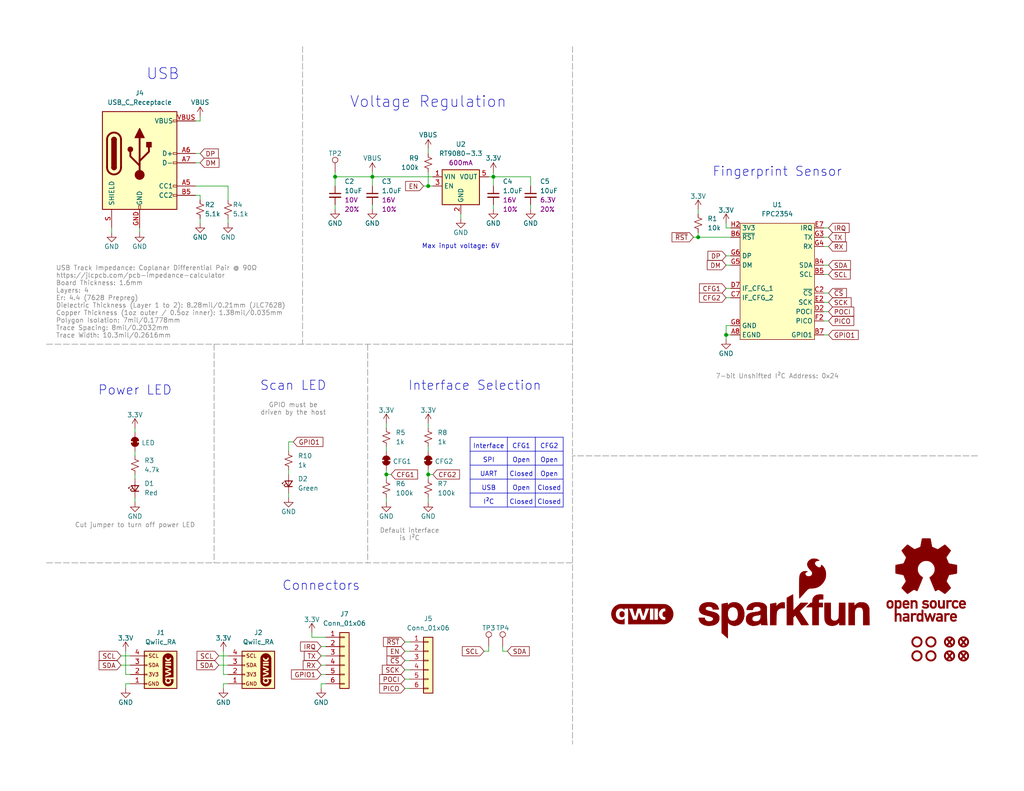
<source format=kicad_sch>
(kicad_sch (version 20250114) (generator "eeschema") (generator_version "9.0")
  (paper "USLetter")
  (title_block (title "SparkFun Qwiic Fingerprint Sensor FPC2534") (date "2025-07-24") (rev "v10") (company "SparkFun Electronics") (comment 1 "Design by: N. Seidle"))
  (lib_symbols
    (symbol "SparkFun-Aesthetic:Fiducial_0.5mm"
      (symbol "Fiducial_0.5mm_1_1"
        (text "x" (at 0 0.254 0) (effects (font (size 2.5 2.5) (bold yes))))
      )
    )
    (symbol "SparkFun-Aesthetic:OSHW_Logo" (pin_names (offset 1.016)) (in_bom no))
    (symbol "SparkFun-Aesthetic:SparkFun_Logo" (pin_names (offset 1.016)) (on_board no))
    (symbol "SparkFun-Aesthetic:qwiic_Logo" (pin_names (offset 1.016)) (on_board no))
    (symbol "SparkFun-Capacitor:1.0uF_0603_16V_10%" (pin_numbers (hide yes)) (pin_names (offset 0.254))
      (property "Reference" "C" (at 0.635 2.54 0))
      (property "Value" "1.0uF" (at 0.635 -2.54 0))
      (property "Voltage" "16V" (at 0 -6.35 0))
      (property "Tolerance" "10%" (at 0 -8.89 0))
      (symbol "1.0uF_0603_16V_10%_1_1"
        (pin passive line (at 0 2.54 270) (length 2.032) (name "~") (number "1"))
        (pin passive line (at 0 -2.54 90) (length 2.032) (name "~") (number "2"))
      )
    )
    (symbol "SparkFun-Capacitor:10uF_0603_10V_20%" (pin_numbers (hide yes)) (pin_names (offset 0.254))
      (property "Reference" "C" (at 0.635 2.54 0))
      (property "Value" "10uF" (at 0.635 -2.54 0))
      (property "Voltage" "10V" (at 0 -6.35 0))
      (property "Tolerance" "20%" (at 0 -8.89 0))
      (symbol "10uF_0603_10V_20%_1_1"
        (pin passive line (at 0 2.54 270) (length 2.032) (name "~") (number "1"))
        (pin passive line (at 0 -2.54 90) (length 2.032) (name "~") (number "2"))
      )
    )
    (symbol "SparkFun-Capacitor:10uF_0603_6.3V_20%" (pin_numbers (hide yes)) (pin_names (offset 0.254))
      (property "Reference" "C" (at 0.635 2.54 0))
      (property "Value" "10uF" (at 0.635 -2.54 0))
      (property "Voltage" "6.3V" (at 0 -6.35 0))
      (property "Tolerance" "20%" (at 0 -8.89 0))
      (symbol "10uF_0603_6.3V_20%_1_1"
        (pin passive line (at 0 2.54 270) (length 2.032) (name "~") (number "1"))
        (pin passive line (at 0 -2.54 90) (length 2.032) (name "~") (number "2"))
      )
    )
    (symbol "SparkFun-Connector:Conn_01x06" (pin_names (offset 1.016) (hide yes))
      (property "Reference" "J" (at 0 7.62 0))
      (property "Value" "Conn_01x06" (at 0 -10.16 0))
      (symbol "Conn_01x06_1_1"
        (pin passive line (at -5.08 5.08 0) (length 3.81) (name "Pin_1") (number "1"))
        (pin passive line (at -5.08 2.54 0) (length 3.81) (name "Pin_2") (number "2"))
        (pin passive line (at -5.08 0 0) (length 3.81) (name "Pin_3") (number "3"))
        (pin passive line (at -5.08 -2.54 0) (length 3.81) (name "Pin_4") (number "4"))
        (pin passive line (at -5.08 -5.08 0) (length 3.81) (name "Pin_5") (number "5"))
        (pin passive line (at -5.08 -7.62 0) (length 3.81) (name "Pin_6") (number "6"))
      )
    )
    (symbol "SparkFun-Connector:Qwiic_Right_Angle" (pin_names (offset 1.016) (hide yes))
      (property "Reference" "J" (at 0 5.08 0))
      (property "Value" "Qwiic_RA" (at 0 -7.62 0))
      (symbol "Qwiic_Right_Angle_1_1"
        (text "SCL" (at 1.27 2.54 0) (effects (font (size 1 1))))
        (text "SDA" (at 1.27 0 0) (effects (font (size 1 1))))
        (text "3V3" (at 1.27 -2.54 0) (effects (font (size 1 1))))
        (text "GND" (at 1.27 -5.08 0) (effects (font (size 1 1))))
        (pin passive line (at -5.08 2.54 0) (length 3.81) (name "Pin_4") (number "4"))
        (pin passive line (at -5.08 0 0) (length 3.81) (name "Pin_3") (number "3"))
        (pin passive line (at -5.08 -2.54 0) (length 3.81) (name "Pin_2") (number "2"))
        (pin passive line (at -5.08 -5.08 0) (length 3.81) (name "Pin_1") (number "1"))
        (pin no_connect line (at 5.08 3.81 270) (length 2.54) (hide yes) (name "NC") (number "NC1"))
        (pin no_connect line (at 6.35 3.81 270) (length 2.54) (hide yes) (name "NC") (number "NC2"))
      )
    )
    (symbol "SparkFun-Connector:TestPoint_0.75mm" (pin_numbers (hide yes)) (pin_names (offset 0) (hide yes))
      (property "Reference" "TP" (at 0 5.08 0))
      (symbol "TestPoint_0.75mm_1_1"
        (pin passive line (at 0 0 90) (length 2.54) (name "1") (number "1"))
      )
    )
    (symbol "SparkFun-Connector:USB_C_Receptacle" (pin_names (offset 1.016))
      (property "Reference" "J" (at -10.16 12.7 0))
      (property "Value" "USB_C_Receptacle" (at 19.05 12.7 0))
      (symbol "USB_C_Receptacle_1_1"
        (pin passive line (at -7.62 -20.32 90) (length 5.08) (name "SHIELD") (number "S"))
        (pin no_connect line (at -5.08 -15.24 90) (length 5.08) (hide yes) (name "NC") (number "NC1"))
        (pin no_connect line (at -3.81 -15.24 90) (length 5.08) (hide yes) (name "NC") (number "NC2"))
        (pin no_connect line (at -2.54 -15.24 90) (length 5.08) (hide yes) (name "NC") (number "NC3"))
        (pin passive line (at 0 -20.32 90) (length 5.08) (name "GND") (number "GND"))
        (pin no_connect line (at 2.54 -15.24 90) (length 5.08) (hide yes) (name "NC") (number "A8"))
        (pin no_connect line (at 3.81 -15.24 90) (length 5.08) (hide yes) (name "NC") (number "B8"))
        (pin power_out line (at 15.24 8.89 180) (length 5.08) (name "VBUS") (number "VBUS"))
        (pin bidirectional line (at 15.24 0 180) (length 5.08) (name "D+") (number "A6"))
        (pin bidirectional line (at 15.24 0 180) (length 5.08) (hide yes) (name "D+") (number "B6"))
        (pin bidirectional line (at 15.24 -2.54 180) (length 5.08) (name "D-") (number "A7"))
        (pin bidirectional line (at 15.24 -2.54 180) (length 5.08) (hide yes) (name "D-") (number "B7"))
        (pin bidirectional line (at 15.24 -8.89 180) (length 5.08) (name "CC1") (number "A5"))
        (pin bidirectional line (at 15.24 -11.43 180) (length 5.08) (name "CC2") (number "B5"))
      )
    )
    (symbol "SparkFun-Hardware:Standoff")
    (symbol "SparkFun-Jumper:SolderJumper_2_Bridged" (pin_numbers (hide yes)) (pin_names (offset 0) (hide yes))
      (property "Reference" "JP" (at 0 2.032 0))
      (property "Value" "~" (at 0 -2.54 0))
      (symbol "SolderJumper_2_Bridged_1_1"
        (pin passive line (at -2.54 0 0) (length 1.27) (name "A") (number "1"))
        (pin passive line (at 2.54 0 180) (length 1.27) (name "B") (number "2"))
      )
    )
    (symbol "SparkFun-LED:LED_Green_1206-Bottom" (pin_numbers (hide yes)) (pin_names (offset 1.016) (hide yes))
      (property "Reference" "D" (at 0 2.54 0))
      (property "Value" "Green" (at 0 -2.54 0))
      (symbol "LED_Green_1206-Bottom_1_1"
        (pin passive line (at -2.54 0 0) (length 1.778) (name "K") (number "1"))
        (pin passive line (at 2.54 0 180) (length 1.778) (name "A") (number "2"))
      )
    )
    (symbol "SparkFun-LED:LED_Red_0603" (pin_numbers (hide yes)) (pin_names (offset 1.016) (hide yes))
      (property "Reference" "D" (at 0 2.54 0))
      (property "Value" "Red" (at 0 -2.54 0))
      (symbol "LED_Red_0603_1_1"
        (pin passive line (at -2.54 0 0) (length 1.778) (name "K") (number "1"))
        (pin passive line (at 2.54 0 180) (length 1.778) (name "A") (number "2"))
      )
    )
    (symbol "SparkFun-PowerSymbol:3.3V" (power) (pin_names (offset 0))
      (property "Value" "3.3V" (at 0 3.81 0))
      (symbol "3.3V_1_1"
        (pin power_in line (at 0 0 90) (length 0) (hide yes) (name "3.3V") (number "1"))
      )
    )
    (symbol "SparkFun-PowerSymbol:GND" (power) (pin_names (offset 0))
      (property "Value" "GND" (at 0 -3.81 0))
      (symbol "GND_1_1"
        (pin power_in line (at 0 0 270) (length 0) (hide yes) (name "GND") (number "1"))
      )
    )
    (symbol "SparkFun-PowerSymbol:VBUS" (power) (pin_names (offset 0))
      (property "Value" "VBUS" (at 0 3.81 0))
      (symbol "VBUS_1_1"
        (pin power_in line (at 0 0 90) (length 0) (hide yes) (name "VBUS") (number "1"))
      )
    )
    (symbol "SparkFun-Regulator:RT9080-3.3"
      (property "Reference" "U3" (at 0 13.97 0))
      (property "Value" "RT9080-3.3" (at 0 11.43 0))
      (property "VMax" "5.5V" (at 0 8.89 0) (show_name))
      (property "IMax" "600mA" (at 0 6.35 0) (show_name))
      (symbol "RT9080-3.3_1_1"
        (pin power_in line (at -7.62 2.54 0) (length 2.54) (name "VIN") (number "1"))
        (pin input line (at -7.62 0 0) (length 2.54) (name "EN") (number "3"))
        (pin power_in line (at 0 -7.62 90) (length 2.54) (name "GND") (number "2"))
        (pin no_connect line (at 5.08 0 180) (length 2.54) (hide yes) (name "NC") (number "4"))
        (pin power_out line (at 7.62 2.54 180) (length 2.54) (name "VOUT") (number "5"))
      )
    )
    (symbol "SparkFun-Resistor:100k_0603" (pin_numbers (hide yes)) (pin_names (offset 0))
      (property "Reference" "R" (at 0 -2.54 0))
      (property "Value" "100k" (at 0 2.54 0))
      (symbol "100k_0603_1_1"
        (pin passive line (at -2.54 0 0) (length 1.016) (name "~") (number "1"))
        (pin passive line (at 2.54 0 180) (length 1.016) (name "~") (number "2"))
      )
    )
    (symbol "SparkFun-Resistor:10k_0603" (pin_numbers (hide yes)) (pin_names (offset 0))
      (property "Reference" "R" (at 0 -2.54 0))
      (property "Value" "10k" (at 0 2.54 0))
      (symbol "10k_0603_1_1"
        (pin passive line (at -2.54 0 0) (length 1.016) (name "~") (number "1"))
        (pin passive line (at 2.54 0 180) (length 1.016) (name "~") (number "2"))
      )
    )
    (symbol "SparkFun-Resistor:1k_0603" (pin_numbers (hide yes)) (pin_names (offset 0))
      (property "Reference" "R" (at 0 -2.54 0))
      (property "Value" "1k" (at 0 2.54 0))
      (symbol "1k_0603_1_1"
        (pin passive line (at -2.54 0 0) (length 1.016) (name "~") (number "1"))
        (pin passive line (at 2.54 0 180) (length 1.016) (name "~") (number "2"))
      )
    )
    (symbol "SparkFun-Resistor:4.7k_0603" (pin_numbers (hide yes)) (pin_names (offset 0))
      (property "Reference" "R" (at 0 -2.54 0))
      (property "Value" "4.7k" (at 0 2.54 0))
      (symbol "4.7k_0603_1_1"
        (pin passive line (at -2.54 0 0) (length 1.016) (name "~") (number "1"))
        (pin passive line (at 2.54 0 180) (length 1.016) (name "~") (number "2"))
      )
    )
    (symbol "SparkFun-Resistor:5.1k_0603" (pin_numbers (hide yes)) (pin_names (offset 0))
      (property "Reference" "R" (at 0 -2.54 0))
      (property "Value" "5.1k" (at 0 2.54 0))
      (symbol "5.1k_0603_1_1"
        (pin passive line (at -2.54 0 0) (length 1.016) (name "~") (number "1"))
        (pin passive line (at 2.54 0 180) (length 1.016) (name "~") (number "2"))
      )
    )
    (symbol "SparkFun-Sensor:FPC235x"
      (property "Reference" "U" (at -8.89 16.51 0))
      (property "Value" "FPC235x" (at 8.89 16.51 0))
      (symbol "FPC235x_1_0"
        (pin power_in line (at -12.7 13.97 0) (length 2.54) (hide yes) (name "3V3") (number "A2"))
        (pin power_in line (at -12.7 13.97 0) (length 2.54) (hide yes) (name "3V3") (number "A7"))
        (pin power_in line (at -12.7 13.97 0) (length 2.54) (name "3V3") (number "H2"))
        (pin power_in line (at -12.7 13.97 0) (length 2.54) (hide yes) (name "3V3") (number "H7"))
        (pin input line (at -12.7 11.43 0) (length 2.54) (name "~{RST}") (number "B6"))
        (pin bidirectional line (at -12.7 6.35 0) (length 2.54) (name "DP") (number "G6"))
        (pin bidirectional line (at -12.7 3.81 0) (length 2.54) (name "DM") (number "G5"))
        (pin input line (at -12.7 -2.54 0) (length 2.54) (name "IF_CFG_1") (number "D7"))
        (pin input line (at -12.7 -5.08 0) (length 2.54) (name "IF_CFG_2") (number "C7"))
        (pin power_in line (at -12.7 -12.7 0) (length 2.54) (hide yes) (name "GND") (number "B1"))
        (pin power_in line (at -12.7 -12.7 0) (length 2.54) (hide yes) (name "GND") (number "B8"))
        (pin power_in line (at -12.7 -12.7 0) (length 2.54) (hide yes) (name "GND") (number "G1"))
        (pin power_in line (at -12.7 -12.7 0) (length 2.54) (name "GND") (number "G8"))
        (pin power_in line (at -12.7 -15.24 0) (length 2.54) (hide yes) (name "EGND") (number "A1"))
        (pin power_in line (at -12.7 -15.24 0) (length 2.54) (name "EGND") (number "A8"))
        (pin power_in line (at -12.7 -15.24 0) (length 2.54) (hide yes) (name "EGND") (number "H1"))
        (pin power_in line (at -12.7 -15.24 0) (length 2.54) (hide yes) (name "EGND") (number "H8"))
        (pin output line (at 12.7 13.97 180) (length 2.54) (name "IRQ") (number "E7"))
        (pin output line (at 12.7 11.43 180) (length 2.54) (name "TX") (number "G3"))
        (pin input line (at 12.7 8.89 180) (length 2.54) (name "RX") (number "G4"))
        (pin bidirectional line (at 12.7 3.81 180) (length 2.54) (name "SDA") (number "B4"))
        (pin bidirectional line (at 12.7 1.27 180) (length 2.54) (name "SCL") (number "B5"))
        (pin input line (at 12.7 -3.81 180) (length 2.54) (name "~{CS}") (number "C2"))
        (pin input line (at 12.7 -6.35 180) (length 2.54) (name "SCK") (number "E2"))
        (pin output line (at 12.7 -8.89 180) (length 2.54) (name "POCI") (number "D2"))
        (pin input line (at 12.7 -11.43 180) (length 2.54) (name "PICO") (number "F2"))
        (pin bidirectional line (at 12.7 -15.24 180) (length 2.54) (name "GPIO1") (number "B7"))
      )
    )
  )
  (text "USB Track Impedance: Coplanar Differential Pair @ 90Ω\nhttps://jlcpcb.com/pcb-impedance-calculator\nBoard Thickness: 1.6mm\nLayers: 4\nEr: 4.4 (7628 Prepreg)\nDielectric Thickness (Layer 1 to 2): 8.28mil/0.21mm (JLC7628) \nCopper Thickness (1oz outer / 0.5oz inner): 1.38mil/0.035mm\nPolygon Isolation: 7mil/0.1778mm\nTrace Spacing: 8mil/0.2032mm\nTrace Width: 10.3mil/0.2616mm\n" (at 15.24 82.55 0) (effects (font (size 1.27 1.27)) (justify left)))
  (text "USB" (at 44.45 20.32 0) (effects (font (size 3 3))))
  (text "Open" (at 142.24 125.73 0) (effects (font (size 1.27 1.27))))
  (text "CFG1" (at 142.24 121.92 0) (effects (font (size 1.27 1.27))))
  (text "GPIO must be\ndriven by the host" (at 80.01 111.76 0) (effects (font (size 1.27 1.27))))
  (text "I²C" (at 133.35 137.16 0) (effects (font (size 1.27 1.27))))
  (text "Default interface\nis I²C" (at 111.76 146.05 0) (effects (font (size 1.27 1.27))))
  (text "Open" (at 142.24 133.35 0) (effects (font (size 1.27 1.27))))
  (text "Closed" (at 142.24 129.54 0) (effects (font (size 1.27 1.27))))
  (text "Add pull up I2C resistors and jumper" (at 307.34 86.36 0) (effects (font (size 1.27 1.27))))
  (text "Interface Selection" (at 129.54 105.41 0) (effects (font (size 2.54 2.54))))
  (text "Max input voltage: 6V" (at 125.73 67.31 0) (effects (font (size 1.27 1.27))))
  (text "USB" (at 133.35 133.35 0) (effects (font (size 1.27 1.27))))
  (text "Closed" (at 149.86 137.16 0) (effects (font (size 1.27 1.27))))
  (text "UART" (at 133.35 129.54 0) (effects (font (size 1.27 1.27))))
  (text "Open" (at 149.86 129.54 0) (effects (font (size 1.27 1.27))))
  (text "Closed" (at 142.24 137.16 0) (effects (font (size 1.27 1.27))))
  (text "Voltage Regulation" (at 116.84 27.94 0) (effects (font (size 3 3))))
  (text "Changes for next version:" (at 297.18 82.55 0) (effects (font (size 1.27 1.27))))
  (text "Cut jumper to turn off power LED" (at 36.83 143.51 0) (effects (font (size 1.27 1.27))))
  (text "Interface" (at 133.35 121.92 0) (effects (font (size 1.27 1.27))))
  (text "7-bit Unshifted I²C Address: 0x24" (at 212.09 102.87 0) (effects (font (size 1.27 1.27))))
  (text "Power LED" (at 36.83 106.68 0) (effects (font (size 2.54 2.54))))
  (text "SPI" (at 133.35 125.73 0) (effects (font (size 1.27 1.27))))
  (text "CFG2" (at 149.86 121.92 0) (effects (font (size 1.27 1.27))))
  (text "Scan LED" (at 80.01 105.41 0) (effects (font (size 2.54 2.54))))
  (text "Open" (at 149.86 125.73 0) (effects (font (size 1.27 1.27))))
  (text "Closed" (at 149.86 133.35 0) (effects (font (size 1.27 1.27))))
  (text "Connectors" (at 87.63 160.02 0) (effects (font (size 2.54 2.54))))
  (text "\n" (at 114.3 106.68 0) (effects (font (size 2.54 2.54))))
  (text "Fingerprint Sensor" (at 212.09 46.99 0) (effects (font (size 2.54 2.54))))
  (junction (at 91.44 48.26))
  (junction (at 105.41 129.54))
  (junction (at 190.5 64.77))
  (junction (at 198.12 91.44))
  (junction (at 134.62 48.26))
  (junction (at 116.84 129.54))
  (junction (at 116.84 50.8))
  (junction (at 101.6 48.26))
  (wire (pts (xy 105.41 115.57) (xy 105.41 116.84)))
  (wire (pts (xy 62.23 59.69) (xy 62.23 60.96)))
  (wire (pts (xy 91.44 50.8) (xy 91.44 48.26)))
  (polyline (pts (xy 146.05 127) (xy 153.67 127)))
  (wire (pts (xy 53.34 50.8) (xy 62.23 50.8)))
  (wire (pts (xy 116.84 129.54) (xy 118.11 129.54)))
  (wire (pts (xy 116.84 40.64) (xy 116.84 41.91)))
  (wire (pts (xy 62.23 184.15) (xy 60.96 184.15)))
  (wire (pts (xy 78.74 120.65) (xy 80.01 120.65)))
  (wire (pts (xy 226.06 82.55) (xy 224.79 82.55)))
  (wire (pts (xy 198.12 78.74) (xy 199.39 78.74)))
  (wire (pts (xy 105.41 123.19) (xy 105.41 121.92)))
  (wire (pts (xy 110.49 180.34) (xy 111.76 180.34)))
  (wire (pts (xy 60.96 177.8) (xy 60.96 184.15)))
  (wire (pts (xy 85.09 173.99) (xy 85.09 172.72)))
  (wire (pts (xy 116.84 129.54) (xy 116.84 130.81)))
  (wire (pts (xy 116.84 115.57) (xy 116.84 116.84)))
  (wire (pts (xy 30.48 62.23) (xy 30.48 63.5)))
  (wire (pts (xy 35.56 186.69) (xy 34.29 186.69)))
  (wire (pts (xy 199.39 64.77) (xy 190.5 64.77)))
  (polyline (pts (xy 153.67 138.43) (xy 153.67 119.38)))
  (wire (pts (xy 116.84 46.99) (xy 116.84 50.8)))
  (polyline (pts (xy 146.05 123.19) (xy 153.67 123.19)))
  (polyline (pts (xy 128.27 127) (xy 146.05 127)))
  (wire (pts (xy 190.5 64.77) (xy 190.5 63.5)))
  (wire (pts (xy 78.74 134.62) (xy 78.74 135.89)))
  (wire (pts (xy 134.62 48.26) (xy 134.62 50.8)))
  (wire (pts (xy 199.39 88.9) (xy 198.12 88.9)))
  (wire (pts (xy 105.41 128.27) (xy 105.41 129.54)))
  (wire (pts (xy 137.16 177.8) (xy 138.43 177.8)))
  (wire (pts (xy 110.49 185.42) (xy 111.76 185.42)))
  (wire (pts (xy 226.06 91.44) (xy 224.79 91.44)))
  (wire (pts (xy 226.06 64.77) (xy 224.79 64.77)))
  (wire (pts (xy 87.63 176.53) (xy 88.9 176.53)))
  (polyline (pts (xy 128.27 138.43) (xy 153.67 138.43)))
  (wire (pts (xy 101.6 55.88) (xy 101.6 57.15)))
  (wire (pts (xy 36.83 129.54) (xy 36.83 130.81)))
  (wire (pts (xy 54.61 41.91) (xy 53.34 41.91)))
  (wire (pts (xy 54.61 31.75) (xy 54.61 33.02)))
  (wire (pts (xy 62.23 50.8) (xy 62.23 54.61)))
  (wire (pts (xy 118.11 50.8) (xy 116.84 50.8)))
  (wire (pts (xy 91.44 46.99) (xy 91.44 48.26)))
  (polyline (pts (xy 138.43 119.38) (xy 138.43 138.43)))
  (wire (pts (xy 226.06 67.31) (xy 224.79 67.31)))
  (wire (pts (xy 105.41 129.54) (xy 105.41 130.81)))
  (wire (pts (xy 144.78 55.88) (xy 144.78 57.15)))
  (wire (pts (xy 59.69 179.07) (xy 62.23 179.07)))
  (wire (pts (xy 33.02 181.61) (xy 35.56 181.61)))
  (polyline (pts (xy 266.7 124.46) (xy 156.21 124.46)) (stroke (width 0) (type dash) (color 132 132 132 1)))
  (wire (pts (xy 35.56 184.15) (xy 34.29 184.15)))
  (wire (pts (xy 226.06 62.23) (xy 224.79 62.23)))
  (wire (pts (xy 110.49 187.96) (xy 111.76 187.96)))
  (wire (pts (xy 198.12 91.44) (xy 198.12 92.71)))
  (wire (pts (xy 88.9 186.69) (xy 87.63 186.69)))
  (wire (pts (xy 53.34 53.34) (xy 54.61 53.34)))
  (wire (pts (xy 105.41 129.54) (xy 106.68 129.54)))
  (wire (pts (xy 115.57 50.8) (xy 116.84 50.8)))
  (wire (pts (xy 116.84 128.27) (xy 116.84 129.54)))
  (wire (pts (xy 226.06 80.01) (xy 224.79 80.01)))
  (wire (pts (xy 198.12 88.9) (xy 198.12 91.44)))
  (wire (pts (xy 132.08 177.8) (xy 133.35 177.8)))
  (wire (pts (xy 87.63 186.69) (xy 87.63 187.96)))
  (wire (pts (xy 199.39 62.23) (xy 198.12 62.23)))
  (wire (pts (xy 38.1 62.23) (xy 38.1 63.5)))
  (wire (pts (xy 36.83 135.89) (xy 36.83 137.16)))
  (wire (pts (xy 134.62 48.26) (xy 144.78 48.26)))
  (wire (pts (xy 59.69 181.61) (xy 62.23 181.61)))
  (polyline (pts (xy 82.55 12.7) (xy 82.55 93.98)) (stroke (width 0) (type dash) (color 132 132 132 1)))
  (wire (pts (xy 54.61 44.45) (xy 53.34 44.45)))
  (wire (pts (xy 101.6 48.26) (xy 101.6 50.8)))
  (wire (pts (xy 60.96 186.69) (xy 60.96 187.96)))
  (wire (pts (xy 53.34 33.02) (xy 54.61 33.02)))
  (polyline (pts (xy 146.05 119.38) (xy 146.05 138.43)))
  (wire (pts (xy 101.6 46.99) (xy 101.6 48.26)))
  (polyline (pts (xy 156.21 12.7) (xy 156.21 124.46)) (stroke (width 0) (type dash) (color 132 132 132 1)))
  (wire (pts (xy 190.5 57.15) (xy 190.5 58.42)))
  (wire (pts (xy 110.49 177.8) (xy 111.76 177.8)))
  (wire (pts (xy 133.35 177.8) (xy 133.35 176.53)))
  (wire (pts (xy 36.83 124.46) (xy 36.83 123.19)))
  (wire (pts (xy 226.06 74.93) (xy 224.79 74.93)))
  (wire (pts (xy 134.62 55.88) (xy 134.62 57.15)))
  (wire (pts (xy 116.84 137.16) (xy 116.84 135.89)))
  (wire (pts (xy 54.61 59.69) (xy 54.61 60.96)))
  (wire (pts (xy 133.35 48.26) (xy 134.62 48.26)))
  (wire (pts (xy 125.73 58.42) (xy 125.73 59.69)))
  (wire (pts (xy 105.41 137.16) (xy 105.41 135.89)))
  (wire (pts (xy 87.63 181.61) (xy 88.9 181.61)))
  (polyline (pts (xy 12.7 153.67) (xy 156.21 153.67)) (stroke (width 0) (type dash) (color 132 132 132 1)))
  (wire (pts (xy 226.06 72.39) (xy 224.79 72.39)))
  (wire (pts (xy 78.74 128.27) (xy 78.74 129.54)))
  (wire (pts (xy 189.23 64.77) (xy 190.5 64.77)))
  (polyline (pts (xy 128.27 119.38) (xy 128.27 138.43)))
  (wire (pts (xy 87.63 184.15) (xy 88.9 184.15)))
  (wire (pts (xy 198.12 81.28) (xy 199.39 81.28)))
  (wire (pts (xy 62.23 186.69) (xy 60.96 186.69)))
  (wire (pts (xy 101.6 48.26) (xy 118.11 48.26)))
  (wire (pts (xy 54.61 53.34) (xy 54.61 54.61)))
  (polyline (pts (xy 128.27 130.81) (xy 146.05 130.81)))
  (wire (pts (xy 226.06 87.63) (xy 224.79 87.63)))
  (polyline (pts (xy 58.42 93.98) (xy 58.42 153.67)) (stroke (width 0) (type dash) (color 132 132 132 1)))
  (wire (pts (xy 137.16 176.53) (xy 137.16 177.8)))
  (wire (pts (xy 134.62 46.99) (xy 134.62 48.26)))
  (wire (pts (xy 36.83 116.84) (xy 36.83 118.11)))
  (wire (pts (xy 110.49 182.88) (xy 111.76 182.88)))
  (wire (pts (xy 33.02 179.07) (xy 35.56 179.07)))
  (wire (pts (xy 85.09 173.99) (xy 88.9 173.99)))
  (wire (pts (xy 226.06 85.09) (xy 224.79 85.09)))
  (wire (pts (xy 78.74 120.65) (xy 78.74 123.19)))
  (polyline (pts (xy 100.33 93.98) (xy 100.33 153.67)) (stroke (width 0) (type dash) (color 132 132 132 1)))
  (wire (pts (xy 87.63 179.07) (xy 88.9 179.07)))
  (wire (pts (xy 198.12 72.39) (xy 199.39 72.39)))
  (wire (pts (xy 198.12 69.85) (xy 199.39 69.85)))
  (polyline (pts (xy 156.21 124.46) (xy 156.21 203.2)) (stroke (width 0) (type dash) (color 132 132 132 1)))
  (wire (pts (xy 34.29 177.8) (xy 34.29 184.15)))
  (wire (pts (xy 110.49 175.26) (xy 111.76 175.26)))
  (polyline (pts (xy 128.27 134.62) (xy 153.67 134.62)))
  (wire (pts (xy 34.29 186.69) (xy 34.29 187.96)))
  (polyline (pts (xy 128.27 119.38) (xy 153.67 119.38)))
  (wire (pts (xy 198.12 91.44) (xy 199.39 91.44)))
  (wire (pts (xy 91.44 48.26) (xy 101.6 48.26)))
  (wire (pts (xy 91.44 55.88) (xy 91.44 57.15)))
  (wire (pts (xy 198.12 62.23) (xy 198.12 60.96)))
  (polyline (pts (xy 12.7 93.98) (xy 156.21 93.98)) (stroke (width 0) (type dash) (color 132 132 132 1)))
  (polyline (pts (xy 146.05 130.81) (xy 153.67 130.81)))
  (wire (pts (xy 116.84 123.19) (xy 116.84 121.92)))
  (polyline (pts (xy 128.27 123.19) (xy 146.05 123.19)))
  (wire (pts (xy 144.78 48.26) (xy 144.78 50.8)))
  (global_label "SCL" (shape input) (at 132.08 177.8 180) (property "Intersheetrefs" "${INTERSHEET_REFS}" (effects (hide yes))))
  (global_label "RX" (shape input) (at 226.06 67.31 0) (property "Intersheetrefs" "${INTERSHEET_REFS}" (effects (hide yes))))
  (global_label "SCK" (shape input) (at 110.49 182.88 180) (property "Intersheetrefs" "${INTERSHEET_REFS}" (effects (hide yes))))
  (global_label "PICO" (shape input) (at 226.06 87.63 0) (property "Intersheetrefs" "${INTERSHEET_REFS}" (effects (hide yes))))
  (global_label "SDA" (shape input) (at 59.69 181.61 180) (property "Intersheetrefs" "${INTERSHEET_REFS}" (effects (hide yes))))
  (global_label "CFG1" (shape input) (at 106.68 129.54 0) (property "Intersheetrefs" "${INTERSHEET_REFS}" (effects (hide yes))))
  (global_label "SDA" (shape input) (at 226.06 72.39 0) (property "Intersheetrefs" "${INTERSHEET_REFS}" (effects (hide yes))))
  (global_label "EN" (shape input) (at 110.49 177.8 180) (property "Intersheetrefs" "${INTERSHEET_REFS}" (effects (hide yes))))
  (global_label "SCL" (shape input) (at 33.02 179.07 180) (property "Intersheetrefs" "${INTERSHEET_REFS}" (effects (hide yes))))
  (global_label "SCL" (shape input) (at 59.69 179.07 180) (property "Intersheetrefs" "${INTERSHEET_REFS}" (effects (hide yes))))
  (global_label "POCI" (shape input) (at 226.06 85.09 0) (property "Intersheetrefs" "${INTERSHEET_REFS}" (effects (hide yes))))
  (global_label "IRQ" (shape input) (at 87.63 176.53 180) (property "Intersheetrefs" "${INTERSHEET_REFS}" (effects (hide yes))))
  (global_label "DP" (shape input) (at 54.61 41.91 0) (property "Intersheetrefs" "${INTERSHEET_REFS}" (effects (hide yes))))
  (global_label "RX" (shape input) (at 87.63 181.61 180) (property "Intersheetrefs" "${INTERSHEET_REFS}" (effects (hide yes))))
  (global_label "IRQ" (shape input) (at 226.06 62.23 0) (property "Intersheetrefs" "${INTERSHEET_REFS}" (effects (hide yes))))
  (global_label "GPIO1" (shape input) (at 80.01 120.65 0) (property "Intersheetrefs" "${INTERSHEET_REFS}" (effects (hide yes))))
  (global_label "GPIO1" (shape input) (at 226.06 91.44 0) (property "Intersheetrefs" "${INTERSHEET_REFS}" (effects (hide yes))))
  (global_label "SCL" (shape input) (at 226.06 74.93 0) (property "Intersheetrefs" "${INTERSHEET_REFS}" (effects (hide yes))))
  (global_label "DM" (shape input) (at 54.61 44.45 0) (property "Intersheetrefs" "${INTERSHEET_REFS}" (effects (hide yes))))
  (global_label "DM" (shape input) (at 198.12 72.39 180) (property "Intersheetrefs" "${INTERSHEET_REFS}" (effects (hide yes))))
  (global_label "SDA" (shape input) (at 33.02 181.61 180) (property "Intersheetrefs" "${INTERSHEET_REFS}" (effects (hide yes))))
  (global_label "CFG1" (shape input) (at 198.12 78.74 180) (property "Intersheetrefs" "${INTERSHEET_REFS}" (effects (hide yes))))
  (global_label "SDA" (shape input) (at 138.43 177.8 0) (property "Intersheetrefs" "${INTERSHEET_REFS}" (effects (hide yes))))
  (global_label "GPIO1" (shape input) (at 87.63 184.15 180) (property "Intersheetrefs" "${INTERSHEET_REFS}" (effects (hide yes))))
  (global_label "POCI" (shape input) (at 110.49 185.42 180) (property "Intersheetrefs" "${INTERSHEET_REFS}" (effects (hide yes))))
  (global_label "TX" (shape input) (at 226.06 64.77 0) (property "Intersheetrefs" "${INTERSHEET_REFS}" (effects (hide yes))))
  (global_label "EN" (shape input) (at 115.57 50.8 180) (property "Intersheetrefs" "${INTERSHEET_REFS}" (effects (hide yes))))
  (global_label "DP" (shape input) (at 198.12 69.85 180) (property "Intersheetrefs" "${INTERSHEET_REFS}" (effects (hide yes))))
  (global_label "PICO" (shape input) (at 110.49 187.96 180) (property "Intersheetrefs" "${INTERSHEET_REFS}" (effects (hide yes))))
  (global_label "~{RST}" (shape input) (at 110.49 175.26 180) (property "Intersheetrefs" "${INTERSHEET_REFS}" (effects (hide yes))))
  (global_label "~{CS}" (shape input) (at 110.49 180.34 180) (property "Intersheetrefs" "${INTERSHEET_REFS}" (effects (hide yes))))
  (global_label "~{CS}" (shape input) (at 226.06 80.01 0) (property "Intersheetrefs" "${INTERSHEET_REFS}" (effects (hide yes))))
  (global_label "CFG2" (shape input) (at 198.12 81.28 180) (property "Intersheetrefs" "${INTERSHEET_REFS}" (effects (hide yes))))
  (global_label "TX" (shape input) (at 87.63 179.07 180) (property "Intersheetrefs" "${INTERSHEET_REFS}" (effects (hide yes))))
  (global_label "~{RST}" (shape input) (at 189.23 64.77 180) (property "Intersheetrefs" "${INTERSHEET_REFS}" (effects (hide yes))))
  (global_label "CFG2" (shape input) (at 118.11 129.54 0) (property "Intersheetrefs" "${INTERSHEET_REFS}" (effects (hide yes))))
  (global_label "SCK" (shape input) (at 226.06 82.55 0) (property "Intersheetrefs" "${INTERSHEET_REFS}" (effects (hide yes))))
  (symbol (lib_id "SparkFun-Connector:TestPoint_0.75mm") (at 133.35 176.53 0) (unit 1)
    (property "Reference" "TP3" (at 133.35 171.45 0))
    (property "Value" "TestPoint_0.75mm" (effects (hide yes)))
    (property "Footprint" "SparkFun-Connector:TestPoint-0.75mm" (effects (hide yes)))
    (property "Description" "Test Point" (effects (hide yes)))
  )
  (symbol (lib_id "SparkFun-PowerSymbol:3.3V") (at 116.84 115.57 0) (unit 1)
    (property "Reference" "#PWR017" (effects (hide yes)))
    (property "Value" "3.3V" (at 116.84 112.014 0))
    (property "Description" "Power symbol creates a global label with name \"3.3V\"" (effects (hide yes)))
  )
  (symbol (lib_id "SparkFun-Jumper:SolderJumper_2_Bridged") (at 105.41 125.73 90) (unit 1)
    (property "Reference" "JP2" (effects (hide yes)))
    (property "Value" "CFG1" (at 107.188 125.984 90) (effects (justify right)))
    (property "Footprint" "SparkFun-Jumper:Jumper_2_NC_Trace" (effects (hide yes)))
    (property "Description" "Solder Jumper, 2-pole, closed/bridged" (effects (hide yes)))
  )
  (symbol (lib_id "SparkFun-PowerSymbol:GND") (at 198.12 92.71 0) (unit 1)
    (property "Reference" "#PWR0125" (effects (hide yes)))
    (property "Value" "GND" (at 198.12 96.52 0))
    (property "Description" "Power symbol creates a global label with name \"GND\" , ground" (effects (hide yes)))
  )
  (symbol (lib_id "SparkFun-Aesthetic:SparkFun_Logo") (at 213.36 167.64 0) (unit 1) (on_board no)
    (property "Reference" "G2" (effects (hide yes)))
    (property "Value" "SparkFun_Logo" (effects (hide yes)))
    (property "Footprint" "SparkFun-Aesthetic:SparkFun_Logo_8mm" (effects (hide yes)))
  )
  (symbol (lib_id "SparkFun-PowerSymbol:3.3V") (at 134.62 46.99 0) (unit 1)
    (property "Reference" "#PWR018" (effects (hide yes)))
    (property "Value" "3.3V" (at 134.62 43.18 0))
    (property "Description" "Power symbol creates a global label with name \"3.3V\"" (effects (hide yes)))
  )
  (symbol (lib_id "SparkFun-PowerSymbol:GND") (at 30.48 63.5 0) (unit 1)
    (property "Reference" "#PWR048" (effects (hide yes)))
    (property "Value" "GND" (at 30.48 67.31 0))
    (property "Description" "Power symbol creates a global label with name \"GND\" , ground" (effects (hide yes)))
  )
  (symbol (lib_id "SparkFun-PowerSymbol:GND") (at 105.41 137.16 0) (unit 1)
    (property "Reference" "#PWR0126" (effects (hide yes)))
    (property "Value" "GND" (at 105.41 140.97 0))
    (property "Description" "Power symbol creates a global label with name \"GND\" , ground" (effects (hide yes)))
  )
  (symbol (lib_id "SparkFun-PowerSymbol:3.3V") (at 190.5 57.15 0) (unit 1)
    (property "Reference" "#PWR012" (effects (hide yes)))
    (property "Value" "3.3V" (at 190.5 53.594 0))
    (property "Description" "Power symbol creates a global label with name \"3.3V\"" (effects (hide yes)))
  )
  (symbol (lib_id "SparkFun-PowerSymbol:GND") (at 144.78 57.15 0) (unit 1)
    (property "Reference" "#PWR020" (effects (hide yes)))
    (property "Value" "GND" (at 144.78 60.96 0))
    (property "Description" "Power symbol creates a global label with name \"GND\" , ground" (effects (hide yes)))
  )
  (symbol (lib_id "SparkFun-PowerSymbol:GND") (at 78.74 135.89 0) (unit 1)
    (property "Reference" "#PWR0128" (effects (hide yes)))
    (property "Value" "GND" (at 78.74 139.7 0))
    (property "Description" "Power symbol creates a global label with name \"GND\" , ground" (effects (hide yes)))
  )
  (symbol (lib_id "SparkFun-Aesthetic:Fiducial_0.5mm") (at 262.89 175.26 0) (unit 1)
    (property "Reference" "FID3" (effects (hide yes)))
    (property "Value" "Fiducial_0.5mm" (effects (hide yes)))
    (property "Footprint" "SparkFun-Aesthetic:Fiducial_0.5mm_Mask1mm" (effects (hide yes)))
    (property "Description" "Fiducial Marker" (effects (hide yes)))
  )
  (symbol (lib_id "SparkFun-PowerSymbol:VBUS") (at 116.84 40.64 0) (unit 1)
    (property "Reference" "#PWR022" (effects (hide yes)))
    (property "Value" "VBUS" (at 116.84 36.83 0))
    (property "Description" "Power symbol creates a global label with name \"VBUS\"" (effects (hide yes)))
  )
  (symbol (lib_id "SparkFun-Jumper:SolderJumper_2_Bridged") (at 116.84 125.73 90) (unit 1)
    (property "Reference" "JP3" (effects (hide yes)))
    (property "Value" "CFG2" (at 118.618 125.984 90) (effects (justify right)))
    (property "Footprint" "SparkFun-Jumper:Jumper_2_NC_Trace" (effects (hide yes)))
    (property "Description" "Solder Jumper, 2-pole, closed/bridged" (effects (hide yes)))
  )
  (symbol (lib_id "SparkFun-Resistor:100k_0603") (at 105.41 133.35 90) (unit 1)
    (property "Reference" "R6" (at 107.95 132.0799 90) (effects (justify right)))
    (property "Value" "100k" (at 107.95 134.6199 90) (effects (justify right)))
    (property "Footprint" "SparkFun-Resistor:R_0603_1608Metric" (effects (hide yes)))
    (property "Datasheet" "https://www.vishay.com/docs/20035/dcrcwe3.pdf" (effects (hide yes)))
    (property "Description" "Resistor" (effects (hide yes)))
    (property "PROD_ID" "RES-07828" (effects (hide yes)))
  )
  (symbol (lib_id "SparkFun-Aesthetic:Fiducial_0.5mm") (at 262.89 179.07 0) (unit 1)
    (property "Reference" "FID4" (effects (hide yes)))
    (property "Value" "Fiducial_0.5mm" (effects (hide yes)))
    (property "Footprint" "SparkFun-Aesthetic:Fiducial_0.5mm_Mask1mm" (effects (hide yes)))
    (property "Description" "Fiducial Marker" (effects (hide yes)))
  )
  (symbol (lib_id "SparkFun-Capacitor:1.0uF_0603_16V_10%") (at 134.62 53.34 0) (unit 1)
    (property "Reference" "C4" (at 137.16 49.5362 0) (effects (justify left)))
    (property "Value" "1.0uF" (at 137.16 52.0762 0) (effects (justify left)))
    (property "Footprint" "SparkFun-Capacitor:C_0603_1608Metric" (effects (hide yes)))
    (property "Datasheet" "https://cdn.sparkfun.com/assets/8/a/4/a/5/Kemet_Capacitor_Datasheet.pdf" (effects (hide yes)))
    (property "Description" "Unpolarized capacitor" (effects (hide yes)))
    (property "PROD_ID" "CAP-13930" (effects (hide yes)))
    (property "Voltage" "16V" (at 137.16 54.6162 0) (effects (justify left)))
    (property "Tolerance" "10%" (at 137.16 57.1562 0) (effects (justify left)))
  )
  (symbol (lib_id "SparkFun-Connector:Conn_01x06") (at 116.84 180.34 0) (unit 1)
    (property "Reference" "J5" (at 116.84 168.91 0))
    (property "Value" "Conn_01x06" (at 116.84 171.45 0))
    (property "Footprint" "SparkFun-Connector:1x06" (effects (hide yes)))
    (property "Description" "Basic 0.1\" PTH" (effects (hide yes)))
  )
  (symbol (lib_id "SparkFun-PowerSymbol:GND") (at 134.62 57.15 0) (unit 1)
    (property "Reference" "#PWR019" (effects (hide yes)))
    (property "Value" "GND" (at 134.62 60.96 0))
    (property "Description" "Power symbol creates a global label with name \"GND\" , ground" (effects (hide yes)))
  )
  (symbol (lib_id "SparkFun-PowerSymbol:VBUS") (at 101.6 46.99 0) (unit 1)
    (property "Reference" "#PWR021" (effects (hide yes)))
    (property "Value" "VBUS" (at 101.6 43.18 0))
    (property "Description" "Power symbol creates a global label with name \"VBUS\"" (effects (hide yes)))
  )
  (symbol (lib_id "SparkFun-Capacitor:10uF_0603_6.3V_20%") (at 144.78 53.34 0) (unit 1)
    (property "Reference" "C5" (at 147.32 49.5362 0) (effects (justify left)))
    (property "Value" "10uF" (at 147.32 52.0762 0) (effects (justify left)))
    (property "Footprint" "SparkFun-Capacitor:C_0603_1608Metric" (effects (hide yes)))
    (property "Datasheet" "https://cdn.sparkfun.com/assets/8/a/4/a/5/Kemet_Capacitor_Datasheet.pdf" (effects (hide yes)))
    (property "Description" "Unpolarized capacitor" (effects (hide yes)))
    (property "PROD_ID" "CAP-11015" (effects (hide yes)))
    (property "Voltage" "6.3V" (at 147.32 54.6162 0) (effects (justify left)))
    (property "Tolerance" "20%" (at 147.32 57.1562 0) (effects (justify left)))
  )
  (symbol (lib_id "SparkFun-PowerSymbol:GND") (at 38.1 63.5 0) (unit 1)
    (property "Reference" "#PWR013" (effects (hide yes)))
    (property "Value" "GND" (at 38.1 67.31 0))
    (property "Description" "Power symbol creates a global label with name \"GND\" , ground" (effects (hide yes)))
  )
  (symbol (lib_id "SparkFun-PowerSymbol:GND") (at 87.63 187.96 0) (unit 1)
    (property "Reference" "#PWR0107" (effects (hide yes)))
    (property "Value" "GND" (at 87.63 191.77 0))
    (property "Description" "Power symbol creates a global label with name \"GND\" , ground" (effects (hide yes)))
  )
  (symbol (lib_id "SparkFun-LED:LED_Red_0603") (at 36.83 133.35 90) (unit 1)
    (property "Reference" "D1" (at 39.37 132.0164 90) (effects (justify right)))
    (property "Value" "Red" (at 39.37 134.5564 90) (effects (justify right)))
    (property "Footprint" "SparkFun-LED:LED_0603_1608Metric_Red" (effects (hide yes)))
    (property "Datasheet" "https://docs.broadcom.com/docs/AV02-0551EN" (effects (hide yes)))
    (property "Description" "Light emitting diode" (effects (hide yes)))
    (property "PROD_ID" "DIO-17976" (effects (hide yes)))
  )
  (symbol (lib_id "SparkFun-PowerSymbol:GND") (at 54.61 60.96 0) (unit 1)
    (property "Reference" "#PWR015" (effects (hide yes)))
    (property "Value" "GND" (at 54.61 64.77 0))
    (property "Description" "Power symbol creates a global label with name \"GND\" , ground" (effects (hide yes)))
  )
  (symbol (lib_id "SparkFun-Resistor:10k_0603") (at 190.5 60.96 90) (unit 1)
    (property "Reference" "R1" (at 193.04 59.6899 90) (effects (justify right)))
    (property "Value" "10k" (at 193.04 62.2299 90) (effects (justify right)))
    (property "Footprint" "SparkFun-Resistor:R_0603_1608Metric" (effects (hide yes)))
    (property "Datasheet" "https://www.vishay.com/docs/20035/dcrcwe3.pdf" (effects (hide yes)))
    (property "Description" "Resistor" (effects (hide yes)))
    (property "PROD_ID" "RES-00824" (effects (hide yes)))
  )
  (symbol (lib_id "SparkFun-Aesthetic:OSHW_Logo") (at 252.73 162.56 0) (unit 1) (in_bom no)
    (property "Reference" "G4" (effects (hide yes)))
    (property "Value" "OSHW_Logo" (effects (hide yes)))
    (property "Footprint" "SparkFun-Aesthetic:Creative_Commons_License" (effects (hide yes)))
  )
  (symbol (lib_id "SparkFun-PowerSymbol:3.3V") (at 105.41 115.57 0) (unit 1)
    (property "Reference" "#PWR014" (effects (hide yes)))
    (property "Value" "3.3V" (at 105.41 112.014 0))
    (property "Description" "Power symbol creates a global label with name \"3.3V\"" (effects (hide yes)))
  )
  (symbol (lib_id "SparkFun-Connector:TestPoint_0.75mm") (at 137.16 176.53 0) (unit 1)
    (property "Reference" "TP4" (at 137.16 171.45 0))
    (property "Value" "TestPoint_0.75mm" (effects (hide yes)))
    (property "Footprint" "SparkFun-Connector:TestPoint-0.75mm" (effects (hide yes)))
    (property "Description" "Test Point" (effects (hide yes)))
  )
  (symbol (lib_id "SparkFun-PowerSymbol:VBUS") (at 54.61 31.75 0) (unit 1)
    (property "Reference" "#PWR08" (effects (hide yes)))
    (property "Value" "VBUS" (at 54.61 27.94 0))
    (property "Description" "Power symbol creates a global label with name \"VBUS\"" (effects (hide yes)))
  )
  (symbol (lib_id "SparkFun-PowerSymbol:GND") (at 62.23 60.96 0) (unit 1)
    (property "Reference" "#PWR016" (effects (hide yes)))
    (property "Value" "GND" (at 62.23 64.77 0))
    (property "Description" "Power symbol creates a global label with name \"GND\" , ground" (effects (hide yes)))
  )
  (symbol (lib_id "SparkFun-Hardware:Standoff") (at 250.19 179.07 0) (unit 1)
    (property "Reference" "ST3" (effects (hide yes)))
    (property "Value" "Standoff" (effects (hide yes)))
    (property "Footprint" "SparkFun-Hardware:Standoff" (effects (hide yes)))
    (property "Description" "Drill holes for mechanically mounting via screws, standoffs, etc." (effects (hide yes)))
  )
  (symbol (lib_id "SparkFun-PowerSymbol:GND") (at 34.29 187.96 0) (unit 1)
    (property "Reference" "#PWR0123" (effects (hide yes)))
    (property "Value" "GND" (at 34.29 191.77 0))
    (property "Description" "Power symbol creates a global label with name \"GND\" , ground" (effects (hide yes)))
  )
  (symbol (lib_id "SparkFun-Resistor:1k_0603") (at 116.84 119.38 90) (unit 1)
    (property "Reference" "R8" (at 119.38 118.1099 90) (effects (justify right)))
    (property "Value" "1k" (at 119.38 120.6499 90) (effects (justify right)))
    (property "Footprint" "SparkFun-Resistor:R_0603_1608Metric" (effects (hide yes)))
    (property "Datasheet" "https://www.vishay.com/docs/20035/dcrcwe3.pdf" (effects (hide yes)))
    (property "Description" "Resistor" (effects (hide yes)))
    (property "PROD_ID" "RES-07856" (effects (hide yes)))
  )
  (symbol (lib_id "SparkFun-Resistor:100k_0603") (at 116.84 44.45 90) (unit 1)
    (property "Reference" "R9" (at 114.3 43.1799 90) (effects (justify left)))
    (property "Value" "100k" (at 114.3 45.7199 90) (effects (justify left)))
    (property "Footprint" "SparkFun-Resistor:R_0603_1608Metric" (effects (hide yes)))
    (property "Datasheet" "https://www.vishay.com/docs/20035/dcrcwe3.pdf" (effects (hide yes)))
    (property "Description" "Resistor" (effects (hide yes)))
    (property "PROD_ID" "RES-07828" (effects (hide yes)))
  )
  (symbol (lib_id "SparkFun-PowerSymbol:GND") (at 101.6 57.15 0) (unit 1)
    (property "Reference" "#PWR06" (effects (hide yes)))
    (property "Value" "GND" (at 101.6 60.96 0))
    (property "Description" "Power symbol creates a global label with name \"GND\" , ground" (effects (hide yes)))
  )
  (symbol (lib_id "SparkFun-PowerSymbol:GND") (at 60.96 187.96 0) (unit 1)
    (property "Reference" "#PWR0105" (effects (hide yes)))
    (property "Value" "GND" (at 60.96 191.77 0))
    (property "Description" "Power symbol creates a global label with name \"GND\" , ground" (effects (hide yes)))
  )
  (symbol (lib_id "SparkFun-PowerSymbol:3.3V") (at 198.12 60.96 0) (unit 1)
    (property "Reference" "#PWR011" (effects (hide yes)))
    (property "Value" "3.3V" (at 198.12 57.404 0))
    (property "Description" "Power symbol creates a global label with name \"3.3V\"" (effects (hide yes)))
  )
  (symbol (lib_id "SparkFun-PowerSymbol:3.3V") (at 36.83 116.84 0) (unit 1)
    (property "Reference" "#PWR010" (effects (hide yes)))
    (property "Value" "3.3V" (at 36.83 113.284 0))
    (property "Description" "Power symbol creates a global label with name \"3.3V\"" (effects (hide yes)))
  )
  (symbol (lib_id "SparkFun-Connector:Conn_01x06") (at 93.98 179.07 0) (unit 1)
    (property "Reference" "J7" (at 93.98 167.64 0))
    (property "Value" "Conn_01x06" (at 93.98 170.18 0))
    (property "Footprint" "SparkFun-Connector:1x06" (effects (hide yes)))
    (property "Description" "Basic 0.1\" PTH" (effects (hide yes)))
  )
  (symbol (lib_id "SparkFun-PowerSymbol:GND") (at 125.73 59.69 0) (unit 1)
    (property "Reference" "#PWR09" (effects (hide yes)))
    (property "Value" "GND" (at 125.73 63.5 0))
    (property "Description" "Power symbol creates a global label with name \"GND\" , ground" (effects (hide yes)))
  )
  (symbol (lib_id "SparkFun-PowerSymbol:3.3V") (at 85.09 172.72 0) (unit 1)
    (property "Reference" "#PWR0109" (effects (hide yes)))
    (property "Value" "3.3V" (at 85.09 169.164 0))
    (property "Description" "Power symbol creates a global label with name \"3.3V\"" (effects (hide yes)))
  )
  (symbol (lib_id "SparkFun-Resistor:1k_0603") (at 78.74 125.73 90) (unit 1)
    (property "Reference" "R10" (at 81.28 124.4599 90) (effects (justify right)))
    (property "Value" "1k" (at 81.28 126.9999 90) (effects (justify right)))
    (property "Footprint" "SparkFun-Resistor:R_0603_1608Metric" (effects (hide yes)))
    (property "Datasheet" "https://www.vishay.com/docs/20035/dcrcwe3.pdf" (effects (hide yes)))
    (property "Description" "Resistor" (effects (hide yes)))
    (property "PROD_ID" "RES-07856" (effects (hide yes)))
  )
  (symbol (lib_id "SparkFun-Resistor:100k_0603") (at 116.84 133.35 90) (unit 1)
    (property "Reference" "R7" (at 119.38 132.0799 90) (effects (justify right)))
    (property "Value" "100k" (at 119.38 134.6199 90) (effects (justify right)))
    (property "Footprint" "SparkFun-Resistor:R_0603_1608Metric" (effects (hide yes)))
    (property "Datasheet" "https://www.vishay.com/docs/20035/dcrcwe3.pdf" (effects (hide yes)))
    (property "Description" "Resistor" (effects (hide yes)))
    (property "PROD_ID" "RES-07828" (effects (hide yes)))
  )
  (symbol (lib_id "SparkFun-Resistor:4.7k_0603") (at 36.83 127 90) (unit 1)
    (property "Reference" "R3" (at 39.37 125.7299 90) (effects (justify right)))
    (property "Value" "4.7k" (at 39.37 128.2699 90) (effects (justify right)))
    (property "Footprint" "SparkFun-Resistor:R_0603_1608Metric" (effects (hide yes)))
    (property "Datasheet" "https://www.vishay.com/docs/20035/dcrcwe3.pdf" (effects (hide yes)))
    (property "Description" "Resistor" (effects (hide yes)))
    (property "PROD_ID" "RES-07857" (effects (hide yes)))
  )
  (symbol (lib_id "SparkFun-Resistor:5.1k_0603") (at 62.23 57.15 90) (unit 1)
    (property "Reference" "R4" (at 63.5 55.8799 90) (effects (justify right)))
    (property "Value" "5.1k" (at 63.5 58.42 90) (effects (justify right)))
    (property "Footprint" "SparkFun-Resistor:R_0603_1608Metric" (effects (hide yes)))
    (property "Datasheet" "https://www.vishay.com/docs/20035/dcrcwe3.pdf" (effects (hide yes)))
    (property "Description" "Resistor" (effects (hide yes)))
    (property "PROD_ID" "RES-12083" (effects (hide yes)))
  )
  (symbol (lib_id "SparkFun-Resistor:1k_0603") (at 105.41 119.38 90) (unit 1)
    (property "Reference" "R5" (at 107.95 118.1099 90) (effects (justify right)))
    (property "Value" "1k" (at 107.95 120.6499 90) (effects (justify right)))
    (property "Footprint" "SparkFun-Resistor:R_0603_1608Metric" (effects (hide yes)))
    (property "Datasheet" "https://www.vishay.com/docs/20035/dcrcwe3.pdf" (effects (hide yes)))
    (property "Description" "Resistor" (effects (hide yes)))
    (property "PROD_ID" "RES-07856" (effects (hide yes)))
  )
  (symbol (lib_id "SparkFun-Capacitor:1.0uF_0603_16V_10%") (at 101.6 53.34 0) (unit 1)
    (property "Reference" "C3" (at 104.14 49.5362 0) (effects (justify left)))
    (property "Value" "1.0uF" (at 104.14 52.0762 0) (effects (justify left)))
    (property "Footprint" "SparkFun-Capacitor:C_0603_1608Metric" (effects (hide yes)))
    (property "Datasheet" "https://cdn.sparkfun.com/assets/8/a/4/a/5/Kemet_Capacitor_Datasheet.pdf" (effects (hide yes)))
    (property "Description" "Unpolarized capacitor" (effects (hide yes)))
    (property "PROD_ID" "CAP-13930" (effects (hide yes)))
    (property "Voltage" "16V" (at 104.14 54.6162 0) (effects (justify left)))
    (property "Tolerance" "10%" (at 104.14 57.1562 0) (effects (justify left)))
  )
  (symbol (lib_id "SparkFun-Aesthetic:SparkFun_Logo") (at 213.36 167.64 0) (unit 1) (on_board no)
    (property "Reference" "G3" (effects (hide yes)))
    (property "Value" "SparkFun_Logo" (effects (hide yes)))
  )
  (symbol (lib_id "SparkFun-Aesthetic:Fiducial_0.5mm") (at 259.08 175.26 0) (unit 1)
    (property "Reference" "FID1" (effects (hide yes)))
    (property "Value" "Fiducial_0.5mm" (effects (hide yes)))
    (property "Footprint" "SparkFun-Aesthetic:Fiducial_0.5mm_Mask1mm" (effects (hide yes)))
    (property "Description" "Fiducial Marker" (effects (hide yes)))
  )
  (symbol (lib_id "SparkFun-Connector:Qwiic_Right_Angle") (at 40.64 181.61 0) (unit 1)
    (property "Reference" "J1" (at 43.815 172.72 0))
    (property "Value" "Qwiic_RA" (at 43.815 175.26 0))
    (property "Footprint" "SparkFun-Connector:JST_SMD_1.0mm-4_Black" (effects (hide yes)))
    (property "Datasheet" "https://www.jst-mfg.com/product/pdf/eng/eSH.pdf" (effects (hide yes)))
    (property "Description" "4 pin JST 1mm polarized connector for I2C" (effects (hide yes)))
    (property "PROD_ID" "CONN-13694" (effects (hide yes)))
  )
  (symbol (lib_id "SparkFun-Jumper:SolderJumper_2_Bridged") (at 36.83 120.65 90) (unit 1)
    (property "Reference" "JP1" (effects (hide yes)))
    (property "Value" "LED" (at 38.608 120.904 90) (effects (justify right)))
    (property "Footprint" "SparkFun-Jumper:Jumper_2_NC_Trace" (effects (hide yes)))
    (property "Description" "Solder Jumper, 2-pole, closed/bridged" (effects (hide yes)))
  )
  (symbol (lib_id "SparkFun-PowerSymbol:3.3V") (at 60.96 177.8 0) (unit 1)
    (property "Reference" "#PWR0108" (effects (hide yes)))
    (property "Value" "3.3V" (at 60.96 174.244 0))
    (property "Description" "Power symbol creates a global label with name \"3.3V\"" (effects (hide yes)))
  )
  (symbol (lib_id "SparkFun-LED:LED_Green_1206-Bottom") (at 78.74 132.08 90) (unit 1)
    (property "Reference" "D2" (at 81.28 130.7464 90) (effects (justify right)))
    (property "Value" "Green" (at 81.28 133.2864 90) (effects (justify right)))
    (property "Footprint" "SparkFun-LED:LED_1206_Bottom_Green" (effects (hide yes)))
    (property "Datasheet" "https://optoelectronics.liteon.com/upload/download/DS22-2000-256/LTST-C230KGKT.pdf" (effects (hide yes)))
    (property "Description" "Light emitting diode, bottom mount" (effects (hide yes)))
    (property "PROD_ID" "DIO-11076" (effects (hide yes)))
  )
  (symbol (lib_id "SparkFun-PowerSymbol:GND") (at 91.44 57.15 0) (unit 1)
    (property "Reference" "#PWR05" (effects (hide yes)))
    (property "Value" "GND" (at 91.44 60.96 0))
    (property "Description" "Power symbol creates a global label with name \"GND\" , ground" (effects (hide yes)))
  )
  (symbol (lib_id "SparkFun-Aesthetic:qwiic_Logo") (at 175.26 167.64 0) (unit 1) (on_board no)
    (property "Reference" "G1" (effects (hide yes)))
    (property "Value" "qwiic_Logo" (effects (hide yes)))
  )
  (symbol (lib_id "SparkFun-Connector:TestPoint_0.75mm") (at 91.44 46.99 0) (unit 1)
    (property "Reference" "TP2" (at 91.44 41.91 0))
    (property "Value" "TestPoint_0.75mm" (effects (hide yes)))
    (property "Footprint" "SparkFun-Connector:TestPoint-0.75mm" (effects (hide yes)))
    (property "Description" "Test Point" (effects (hide yes)))
  )
  (symbol (lib_id "SparkFun-Hardware:Standoff") (at 254 179.07 0) (unit 1)
    (property "Reference" "ST4" (effects (hide yes)))
    (property "Value" "Standoff" (effects (hide yes)))
    (property "Footprint" "SparkFun-Hardware:Standoff" (effects (hide yes)))
    (property "Description" "Drill holes for mechanically mounting via screws, standoffs, etc." (effects (hide yes)))
  )
  (symbol (lib_id "SparkFun-Regulator:RT9080-3.3") (at 125.73 50.8 0) (unit 1)
    (property "Reference" "U2" (at 125.73 39.37 0))
    (property "Value" "RT9080-3.3" (at 125.73 41.91 0))
    (property "Footprint" "SparkFun-Semiconductor-Standard:SOT23-5" (effects (hide yes)))
    (property "Datasheet" "https://www.richtek.com/SaveDownload.aspx?specid=RT9080" (effects (hide yes)))
    (property "Description" "600mA low dropout linear regulator, with enable pin, 3.8V-6V input voltage range, 3.3V fixed positive output, SOT-23-5" (effects (hide yes)))
    (property "PROD_ID" "VREG-19034" (effects (hide yes)))
    (property "VMax" "5.5V" (effects (hide yes)))
    (property "Imax" "600mA" (effects (hide yes)))
    (property "Iq" "4µA" (effects (hide yes)))
    (property "IMax" "600mA" (at 125.73 44.45 0))
  )
  (symbol (lib_id "SparkFun-Hardware:Standoff") (at 250.19 175.26 0) (unit 1)
    (property "Reference" "ST2" (effects (hide yes)))
    (property "Value" "Standoff" (effects (hide yes)))
    (property "Footprint" "SparkFun-Hardware:Standoff" (effects (hide yes)))
    (property "Description" "Drill holes for mechanically mounting via screws, standoffs, etc." (effects (hide yes)))
  )
  (symbol (lib_id "SparkFun-PowerSymbol:3.3V") (at 34.29 177.8 0) (unit 1)
    (property "Reference" "#PWR0124" (effects (hide yes)))
    (property "Value" "3.3V" (at 34.29 174.244 0))
    (property "Description" "Power symbol creates a global label with name \"3.3V\"" (effects (hide yes)))
  )
  (symbol (lib_id "SparkFun-Hardware:Standoff") (at 254 175.26 0) (unit 1)
    (property "Reference" "ST1" (effects (hide yes)))
    (property "Value" "Standoff" (effects (hide yes)))
    (property "Footprint" "SparkFun-Hardware:Standoff" (effects (hide yes)))
    (property "Description" "Drill holes for mechanically mounting via screws, standoffs, etc." (effects (hide yes)))
  )
  (symbol (lib_id "SparkFun-Capacitor:10uF_0603_10V_20%") (at 91.44 53.34 0) (unit 1)
    (property "Reference" "C2" (at 93.98 49.5362 0) (effects (justify left)))
    (property "Value" "10uF" (at 93.98 52.0762 0) (effects (justify left)))
    (property "Footprint" "SparkFun-Capacitor:C_0603_1608Metric" (effects (hide yes)))
    (property "Datasheet" "https://cdn.sparkfun.com/assets/8/a/4/a/5/Kemet_Capacitor_Datasheet.pdf" (effects (hide yes)))
    (property "Description" "Unpolarized capacitor" (effects (hide yes)))
    (property "PROD_ID" "CAP-20155" (effects (hide yes)))
    (property "Voltage" "10V" (at 93.98 54.6162 0) (effects (justify left)))
    (property "Tolerance" "20%" (at 93.98 57.1562 0) (effects (justify left)))
  )
  (symbol (lib_id "SparkFun-Sensor:FPC235x") (at 212.09 76.2 0) (unit 1)
    (property "Reference" "U1" (at 212.09 55.88 0))
    (property "Value" "FPC2354" (at 212.09 58.42 0))
    (property "Footprint" "SparkFun-Sensor:FPC253x" (effects (hide yes)))
    (property "Datasheet" "https://mm.digikey.com/Volume0/opasdata/d220001/medias/docus/6585/SPC27317-5%20FPC2530.pdf" (effects (hide yes)))
    (property "Description" "FPC2530 Allkey Pro 100026223‎ Fingerprint Sensor" (effects (hide yes)))
    (property "PROD_ID" "IC-26955" (effects (hide yes)))
  )
  (symbol (lib_id "SparkFun-PowerSymbol:GND") (at 36.83 137.16 0) (unit 1)
    (property "Reference" "#PWR0122" (effects (hide yes)))
    (property "Value" "GND" (at 36.83 140.97 0))
    (property "Description" "Power symbol creates a global label with name \"GND\" , ground" (effects (hide yes)))
  )
  (symbol (lib_id "SparkFun-Connector:Qwiic_Right_Angle") (at 67.31 181.61 0) (unit 1)
    (property "Reference" "J2" (at 70.485 172.72 0))
    (property "Value" "Qwiic_RA" (at 70.485 175.26 0))
    (property "Footprint" "SparkFun-Connector:JST_SMD_1.0mm-4_Black" (effects (hide yes)))
    (property "Datasheet" "https://www.jst-mfg.com/product/pdf/eng/eSH.pdf" (effects (hide yes)))
    (property "Description" "4 pin JST 1mm polarized connector for I2C" (effects (hide yes)))
    (property "PROD_ID" "CONN-13694" (effects (hide yes)))
  )
  (symbol (lib_id "SparkFun-Aesthetic:Fiducial_0.5mm") (at 259.08 179.07 0) (unit 1)
    (property "Reference" "FID2" (effects (hide yes)))
    (property "Value" "Fiducial_0.5mm" (effects (hide yes)))
    (property "Footprint" "SparkFun-Aesthetic:Fiducial_0.5mm_Mask1mm" (effects (hide yes)))
    (property "Description" "Fiducial Marker" (effects (hide yes)))
  )
  (symbol (lib_id "SparkFun-PowerSymbol:GND") (at 116.84 137.16 0) (unit 1)
    (property "Reference" "#PWR0127" (effects (hide yes)))
    (property "Value" "GND" (at 116.84 140.97 0))
    (property "Description" "Power symbol creates a global label with name \"GND\" , ground" (effects (hide yes)))
  )
  (symbol (lib_id "SparkFun-Resistor:5.1k_0603") (at 54.61 57.15 90) (unit 1)
    (property "Reference" "R2" (at 55.88 55.88 90) (effects (justify right)))
    (property "Value" "5.1k" (at 55.88 58.42 90) (effects (justify right)))
    (property "Footprint" "SparkFun-Resistor:R_0603_1608Metric" (effects (hide yes)))
    (property "Datasheet" "https://www.vishay.com/docs/20035/dcrcwe3.pdf" (effects (hide yes)))
    (property "Description" "Resistor" (effects (hide yes)))
    (property "PROD_ID" "RES-12083" (effects (hide yes)))
  )
  (symbol (lib_id "SparkFun-Connector:USB_C_Receptacle") (at 38.1 41.91 0) (unit 1)
    (property "Reference" "J4" (at 38.1 25.4 0))
    (property "Value" "USB_C_Receptacle" (at 38.1 27.94 0))
    (property "Footprint" "SparkFun-Connector:USB-C_16" (effects (hide yes)))
    (property "Datasheet" "https://www.usb.org/sites/default/files/documents/usb_type-c.zip" (effects (hide yes)))
    (property "Description" "USB 2.0-only Type-C Receptacle connector" (effects (hide yes)))
    (property "PROD_ID" "CONN-14122" (effects (hide yes)))
  )
)
</source>
